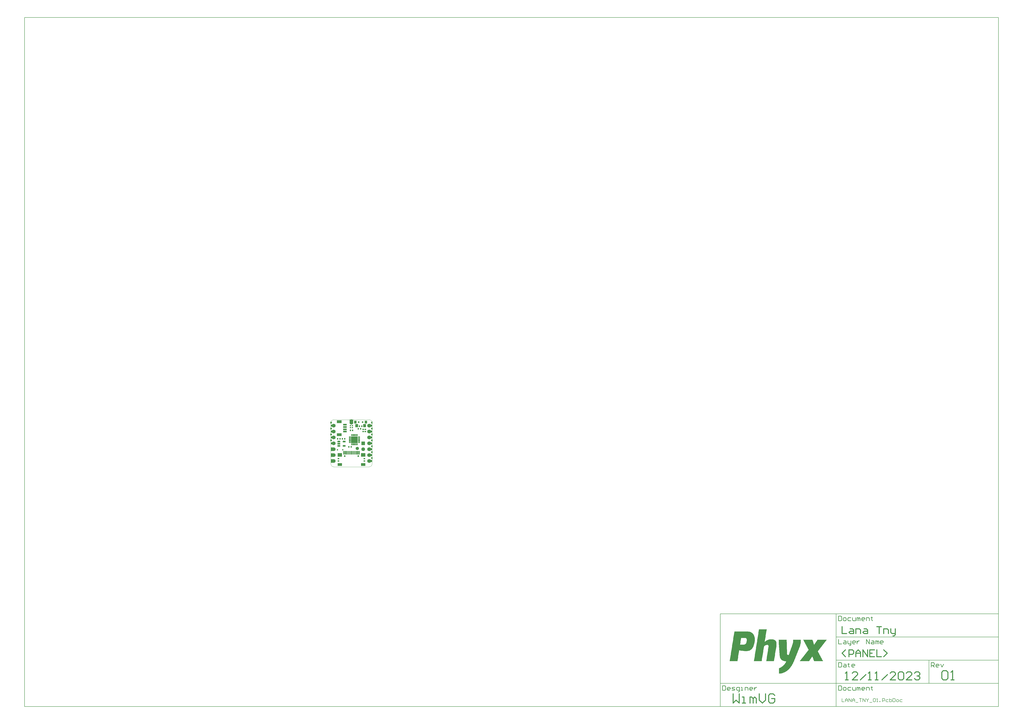
<source format=gts>
G04*
G04 #@! TF.GenerationSoftware,Altium Limited,Altium Designer,23.10.1 (27)*
G04*
G04 Layer_Color=8388736*
%FSLAX25Y25*%
%MOIN*%
G70*
G04*
G04 #@! TF.SameCoordinates,194C9E44-5DED-4EF5-99F0-288BDC966464*
G04*
G04*
G04 #@! TF.FilePolarity,Negative*
G04*
G01*
G75*
%ADD10C,0.00984*%
%ADD11C,0.00394*%
%ADD13C,0.00787*%
%ADD16C,0.01575*%
%ADD33R,0.01575X0.06102*%
%ADD34R,0.07480X0.06102*%
%ADD35R,0.07480X0.05118*%
%ADD36R,0.08268X0.05118*%
%ADD37R,0.06496X0.02756*%
%ADD38C,0.01968*%
%ADD39R,0.04921X0.02756*%
%ADD40R,0.02323X0.02165*%
%ADD41R,0.03937X0.05118*%
%ADD42R,0.04921X0.05512*%
%ADD43R,0.02756X0.02362*%
%ADD44O,0.01181X0.03347*%
%ADD45O,0.03347X0.01181*%
%ADD46R,0.11417X0.11417*%
%ADD47R,0.02165X0.02165*%
%ADD48R,0.02362X0.02756*%
%ADD49C,0.02953*%
%ADD50C,0.05512*%
%ADD51C,0.02756*%
%ADD52C,0.06299*%
%ADD53R,0.06299X0.06299*%
%ADD54R,0.02894X0.03543*%
%ADD55R,0.06299X0.05394*%
%ADD56R,0.05394X0.06299*%
G36*
X65668Y73094D02*
X66262Y72976D01*
X66299Y72965D01*
X66299Y72965D01*
X66858Y72733D01*
X66893Y72715D01*
X66893Y72715D01*
X67396Y72378D01*
X67396Y72378D01*
X67412Y72365D01*
X67426Y72354D01*
X67426Y72354D01*
X67636Y72143D01*
X67746Y72044D01*
X67996Y71877D01*
X68269Y71764D01*
X68564Y71705D01*
X68712Y71698D01*
X69200D01*
X69239Y71694D01*
X69276Y71683D01*
X69310Y71665D01*
X69340Y71640D01*
X69365Y71610D01*
X69383Y71576D01*
X69394Y71539D01*
X69398Y71500D01*
Y70000D01*
Y70000D01*
Y70000D01*
Y68500D01*
X69394Y68461D01*
X69383Y68424D01*
X69365Y68390D01*
X69340Y68360D01*
X69310Y68335D01*
X69276Y68317D01*
X69239Y68306D01*
X69200Y68302D01*
X68712D01*
X68564Y68295D01*
X68269Y68236D01*
X67996Y68123D01*
X67746Y67956D01*
X67636Y67857D01*
X67426Y67646D01*
X67426Y67646D01*
X67412Y67635D01*
X67396Y67621D01*
X67396Y67621D01*
X66893Y67285D01*
X66893Y67285D01*
X66858Y67267D01*
X66299Y67035D01*
X66299Y67035D01*
X66262Y67024D01*
X65668Y66906D01*
X65630Y66902D01*
X65000D01*
X64961Y66906D01*
X64924Y66917D01*
X64890Y66935D01*
X64860Y66960D01*
X64836Y66990D01*
X64817Y67024D01*
X64806Y67061D01*
X64802Y67100D01*
Y70000D01*
Y72900D01*
X64806Y72939D01*
X64817Y72976D01*
X64836Y73010D01*
X64860Y73040D01*
X64890Y73065D01*
X64924Y73083D01*
X64961Y73094D01*
X65000Y73098D01*
X65630D01*
X65668Y73094D01*
D02*
G37*
G36*
X5039D02*
X5076Y73083D01*
X5110Y73065D01*
X5140Y73040D01*
X5164Y73010D01*
X5183Y72976D01*
X5194Y72939D01*
X5198Y72900D01*
Y70000D01*
Y67100D01*
X5194Y67061D01*
X5183Y67024D01*
X5164Y66990D01*
X5140Y66960D01*
X5110Y66935D01*
X5076Y66917D01*
X5039Y66906D01*
X5000Y66902D01*
X4370D01*
X4332Y66906D01*
X3738Y67024D01*
X3701Y67035D01*
X3701Y67035D01*
X3142Y67267D01*
X3107Y67285D01*
X3107Y67285D01*
X2604Y67621D01*
X2604Y67621D01*
X2588Y67635D01*
X2574Y67646D01*
X2574Y67646D01*
X2364Y67857D01*
X2254Y67956D01*
X2004Y68123D01*
X1731Y68236D01*
X1436Y68295D01*
X1288Y68302D01*
X800D01*
X761Y68306D01*
X724Y68317D01*
X690Y68335D01*
X660Y68360D01*
X636Y68390D01*
X617Y68424D01*
X606Y68461D01*
X602Y68500D01*
Y70000D01*
Y70000D01*
Y70000D01*
Y71500D01*
X606Y71539D01*
X617Y71576D01*
X636Y71610D01*
X660Y71640D01*
X690Y71665D01*
X724Y71683D01*
X761Y71694D01*
X800Y71698D01*
X1288D01*
X1436Y71705D01*
X1731Y71764D01*
X2004Y71877D01*
X2254Y72044D01*
X2364Y72143D01*
X2574Y72354D01*
X2574Y72354D01*
X2588Y72365D01*
X2604Y72378D01*
X2604Y72378D01*
X3107Y72715D01*
X3107Y72715D01*
X3142Y72733D01*
X3701Y72965D01*
X3701Y72965D01*
X3738Y72976D01*
X4332Y73094D01*
X4370Y73098D01*
X5000D01*
X5039Y73094D01*
D02*
G37*
G36*
X65668Y63094D02*
X66262Y62976D01*
X66299Y62965D01*
X66299Y62965D01*
X66858Y62733D01*
X66893Y62715D01*
X66893Y62715D01*
X67396Y62379D01*
X67396Y62379D01*
X67412Y62365D01*
X67426Y62354D01*
X67426Y62354D01*
X67636Y62143D01*
X67746Y62044D01*
X67996Y61877D01*
X68269Y61764D01*
X68564Y61705D01*
X68712Y61698D01*
X69200D01*
X69239Y61694D01*
X69276Y61683D01*
X69310Y61664D01*
X69340Y61640D01*
X69365Y61610D01*
X69383Y61576D01*
X69394Y61539D01*
X69398Y61500D01*
Y60000D01*
Y60000D01*
Y60000D01*
Y58500D01*
X69394Y58461D01*
X69383Y58424D01*
X69365Y58390D01*
X69340Y58360D01*
X69310Y58336D01*
X69276Y58317D01*
X69239Y58306D01*
X69200Y58302D01*
X68712D01*
X68564Y58295D01*
X68269Y58236D01*
X67996Y58123D01*
X67746Y57956D01*
X67636Y57857D01*
X67426Y57646D01*
X67426Y57646D01*
X67412Y57635D01*
X67396Y57622D01*
X67396Y57622D01*
X66893Y57285D01*
X66893Y57285D01*
X66858Y57267D01*
X66299Y57035D01*
X66299Y57035D01*
X66262Y57024D01*
X65668Y56906D01*
X65630Y56902D01*
X65000D01*
X64961Y56906D01*
X64924Y56917D01*
X64890Y56936D01*
X64860Y56960D01*
X64836Y56990D01*
X64817Y57024D01*
X64806Y57061D01*
X64802Y57100D01*
Y60000D01*
Y62900D01*
X64806Y62939D01*
X64817Y62976D01*
X64836Y63010D01*
X64860Y63040D01*
X64890Y63064D01*
X64924Y63083D01*
X64961Y63094D01*
X65000Y63098D01*
X65630D01*
X65668Y63094D01*
D02*
G37*
G36*
X5039D02*
X5076Y63083D01*
X5110Y63064D01*
X5140Y63040D01*
X5164Y63010D01*
X5183Y62976D01*
X5194Y62939D01*
X5198Y62900D01*
Y60000D01*
Y57100D01*
X5194Y57061D01*
X5183Y57024D01*
X5164Y56990D01*
X5140Y56960D01*
X5110Y56936D01*
X5076Y56917D01*
X5039Y56906D01*
X5000Y56902D01*
X4370D01*
X4332Y56906D01*
X3738Y57024D01*
X3701Y57035D01*
X3701Y57035D01*
X3142Y57267D01*
X3107Y57285D01*
X3107Y57285D01*
X2604Y57622D01*
X2604Y57622D01*
X2588Y57635D01*
X2574Y57646D01*
X2574Y57646D01*
X2364Y57857D01*
X2254Y57956D01*
X2004Y58123D01*
X1731Y58236D01*
X1436Y58295D01*
X1288Y58302D01*
X800D01*
X761Y58306D01*
X724Y58317D01*
X690Y58336D01*
X660Y58360D01*
X636Y58390D01*
X617Y58424D01*
X606Y58461D01*
X602Y58500D01*
Y60000D01*
Y60000D01*
Y60000D01*
Y61500D01*
X606Y61539D01*
X617Y61576D01*
X636Y61610D01*
X660Y61640D01*
X690Y61664D01*
X724Y61683D01*
X761Y61694D01*
X800Y61698D01*
X1288D01*
X1436Y61705D01*
X1731Y61764D01*
X2004Y61877D01*
X2254Y62044D01*
X2364Y62143D01*
X2574Y62354D01*
X2574Y62354D01*
X2588Y62365D01*
X2604Y62379D01*
X2604Y62379D01*
X3107Y62715D01*
X3107Y62715D01*
X3142Y62733D01*
X3701Y62965D01*
X3701Y62965D01*
X3738Y62976D01*
X4332Y63094D01*
X4370Y63098D01*
X5000D01*
X5039Y63094D01*
D02*
G37*
G36*
X65668Y53094D02*
X66262Y52976D01*
X66299Y52965D01*
X66299Y52965D01*
X66858Y52733D01*
X66893Y52715D01*
X66893Y52715D01*
X67396Y52378D01*
X67396Y52378D01*
X67412Y52365D01*
X67426Y52354D01*
X67426Y52354D01*
X67636Y52143D01*
X67746Y52044D01*
X67996Y51877D01*
X68269Y51764D01*
X68564Y51705D01*
X68712Y51698D01*
X69200D01*
X69239Y51694D01*
X69276Y51683D01*
X69310Y51665D01*
X69340Y51640D01*
X69365Y51610D01*
X69383Y51576D01*
X69394Y51539D01*
X69398Y51500D01*
Y50000D01*
Y50000D01*
Y50000D01*
Y48500D01*
X69394Y48461D01*
X69383Y48424D01*
X69365Y48390D01*
X69340Y48360D01*
X69310Y48335D01*
X69276Y48317D01*
X69239Y48306D01*
X69200Y48302D01*
X68712D01*
X68564Y48295D01*
X68269Y48236D01*
X67996Y48123D01*
X67746Y47956D01*
X67636Y47857D01*
X67426Y47646D01*
X67426Y47646D01*
X67412Y47635D01*
X67396Y47622D01*
X67396Y47622D01*
X66893Y47285D01*
X66893Y47285D01*
X66858Y47267D01*
X66299Y47035D01*
X66299Y47035D01*
X66262Y47024D01*
X65668Y46906D01*
X65630Y46902D01*
X65000D01*
X64961Y46906D01*
X64924Y46917D01*
X64890Y46935D01*
X64860Y46960D01*
X64836Y46990D01*
X64817Y47024D01*
X64806Y47061D01*
X64802Y47100D01*
Y50000D01*
Y52900D01*
X64806Y52939D01*
X64817Y52976D01*
X64836Y53010D01*
X64860Y53040D01*
X64890Y53065D01*
X64924Y53083D01*
X64961Y53094D01*
X65000Y53098D01*
X65630D01*
X65668Y53094D01*
D02*
G37*
G36*
X5039D02*
X5076Y53083D01*
X5110Y53065D01*
X5140Y53040D01*
X5164Y53010D01*
X5183Y52976D01*
X5194Y52939D01*
X5198Y52900D01*
Y50000D01*
Y47100D01*
X5194Y47061D01*
X5183Y47024D01*
X5164Y46990D01*
X5140Y46960D01*
X5110Y46935D01*
X5076Y46917D01*
X5039Y46906D01*
X5000Y46902D01*
X4370D01*
X4332Y46906D01*
X3738Y47024D01*
X3701Y47035D01*
X3701Y47035D01*
X3142Y47267D01*
X3107Y47285D01*
X3107Y47285D01*
X2604Y47622D01*
X2604Y47622D01*
X2588Y47635D01*
X2574Y47646D01*
X2574Y47646D01*
X2364Y47857D01*
X2254Y47956D01*
X2004Y48123D01*
X1731Y48236D01*
X1436Y48295D01*
X1288Y48302D01*
X800D01*
X761Y48306D01*
X724Y48317D01*
X690Y48335D01*
X660Y48360D01*
X636Y48390D01*
X617Y48424D01*
X606Y48461D01*
X602Y48500D01*
Y50000D01*
Y50000D01*
Y50000D01*
Y51500D01*
X606Y51539D01*
X617Y51576D01*
X636Y51610D01*
X660Y51640D01*
X690Y51665D01*
X724Y51683D01*
X761Y51694D01*
X800Y51698D01*
X1288D01*
X1436Y51705D01*
X1731Y51764D01*
X2004Y51877D01*
X2254Y52044D01*
X2364Y52143D01*
X2574Y52354D01*
X2574Y52354D01*
X2588Y52365D01*
X2604Y52378D01*
X2604Y52378D01*
X3107Y52715D01*
X3107Y52715D01*
X3142Y52733D01*
X3701Y52965D01*
X3701Y52965D01*
X3738Y52976D01*
X4332Y53094D01*
X4370Y53098D01*
X5000D01*
X5039Y53094D01*
D02*
G37*
G36*
X65668Y43094D02*
X66262Y42976D01*
X66299Y42965D01*
X66299Y42965D01*
X66858Y42733D01*
X66893Y42715D01*
X66893Y42715D01*
X67396Y42379D01*
X67396Y42379D01*
X67412Y42365D01*
X67426Y42354D01*
X67426Y42354D01*
X67636Y42143D01*
X67746Y42044D01*
X67996Y41877D01*
X68269Y41764D01*
X68564Y41705D01*
X68712Y41698D01*
X69200D01*
X69239Y41694D01*
X69276Y41683D01*
X69310Y41664D01*
X69340Y41640D01*
X69365Y41610D01*
X69383Y41576D01*
X69394Y41539D01*
X69398Y41500D01*
Y40000D01*
Y40000D01*
Y40000D01*
Y38500D01*
X69394Y38461D01*
X69383Y38424D01*
X69365Y38390D01*
X69340Y38360D01*
X69310Y38335D01*
X69276Y38317D01*
X69239Y38306D01*
X69200Y38302D01*
X68712D01*
X68564Y38295D01*
X68269Y38236D01*
X67996Y38123D01*
X67746Y37956D01*
X67636Y37857D01*
X67426Y37646D01*
X67426Y37646D01*
X67412Y37635D01*
X67396Y37622D01*
X67396Y37622D01*
X66893Y37285D01*
X66893Y37285D01*
X66858Y37267D01*
X66299Y37035D01*
X66299Y37035D01*
X66262Y37024D01*
X65668Y36906D01*
X65630Y36902D01*
X65000D01*
X64961Y36906D01*
X64924Y36917D01*
X64890Y36935D01*
X64860Y36960D01*
X64836Y36990D01*
X64817Y37024D01*
X64806Y37061D01*
X64802Y37100D01*
Y40000D01*
Y42900D01*
X64806Y42939D01*
X64817Y42976D01*
X64836Y43010D01*
X64860Y43040D01*
X64890Y43064D01*
X64924Y43083D01*
X64961Y43094D01*
X65000Y43098D01*
X65630D01*
X65668Y43094D01*
D02*
G37*
G36*
X5039D02*
X5076Y43083D01*
X5110Y43064D01*
X5140Y43040D01*
X5164Y43010D01*
X5183Y42976D01*
X5194Y42939D01*
X5198Y42900D01*
Y40000D01*
Y37100D01*
X5194Y37061D01*
X5183Y37024D01*
X5164Y36990D01*
X5140Y36960D01*
X5110Y36935D01*
X5076Y36917D01*
X5039Y36906D01*
X5000Y36902D01*
X4370D01*
X4332Y36906D01*
X3738Y37024D01*
X3701Y37035D01*
X3701Y37035D01*
X3142Y37267D01*
X3107Y37285D01*
X3107Y37285D01*
X2604Y37622D01*
X2604Y37622D01*
X2588Y37635D01*
X2574Y37646D01*
X2574Y37646D01*
X2364Y37857D01*
X2254Y37956D01*
X2004Y38123D01*
X1731Y38236D01*
X1436Y38295D01*
X1288Y38302D01*
X800D01*
X761Y38306D01*
X724Y38317D01*
X690Y38335D01*
X660Y38360D01*
X636Y38390D01*
X617Y38424D01*
X606Y38461D01*
X602Y38500D01*
Y40000D01*
Y40000D01*
Y40000D01*
Y41500D01*
X606Y41539D01*
X617Y41576D01*
X636Y41610D01*
X660Y41640D01*
X690Y41664D01*
X724Y41683D01*
X761Y41694D01*
X800Y41698D01*
X1288D01*
X1436Y41705D01*
X1731Y41764D01*
X2004Y41877D01*
X2254Y42044D01*
X2364Y42143D01*
X2574Y42354D01*
X2574Y42354D01*
X2588Y42365D01*
X2604Y42379D01*
X2604Y42379D01*
X3107Y42715D01*
X3107Y42715D01*
X3142Y42733D01*
X3701Y42965D01*
X3701Y42965D01*
X3738Y42976D01*
X4332Y43094D01*
X4370Y43098D01*
X5000D01*
X5039Y43094D01*
D02*
G37*
G36*
X65668Y33094D02*
X66262Y32976D01*
X66299Y32965D01*
X66299Y32965D01*
X66858Y32733D01*
X66893Y32715D01*
X66893Y32715D01*
X67396Y32379D01*
X67396Y32379D01*
X67412Y32365D01*
X67426Y32354D01*
X67426Y32354D01*
X67636Y32143D01*
X67746Y32044D01*
X67996Y31877D01*
X68269Y31764D01*
X68564Y31705D01*
X68712Y31698D01*
X69200D01*
X69239Y31694D01*
X69276Y31683D01*
X69310Y31664D01*
X69340Y31640D01*
X69365Y31610D01*
X69383Y31576D01*
X69394Y31539D01*
X69398Y31500D01*
Y30000D01*
Y30000D01*
Y30000D01*
Y28500D01*
X69394Y28461D01*
X69383Y28424D01*
X69365Y28390D01*
X69340Y28360D01*
X69310Y28335D01*
X69276Y28317D01*
X69239Y28306D01*
X69200Y28302D01*
X68712D01*
X68564Y28295D01*
X68269Y28236D01*
X67996Y28123D01*
X67746Y27956D01*
X67636Y27857D01*
X67426Y27646D01*
X67426Y27646D01*
X67412Y27635D01*
X67396Y27621D01*
X67396Y27621D01*
X66893Y27285D01*
X66893Y27285D01*
X66858Y27267D01*
X66299Y27035D01*
X66299Y27035D01*
X66262Y27024D01*
X65668Y26906D01*
X65630Y26902D01*
X65000D01*
X64961Y26906D01*
X64924Y26917D01*
X64890Y26935D01*
X64860Y26960D01*
X64836Y26990D01*
X64817Y27024D01*
X64806Y27061D01*
X64802Y27100D01*
Y30000D01*
Y32900D01*
X64806Y32939D01*
X64817Y32976D01*
X64836Y33010D01*
X64860Y33040D01*
X64890Y33064D01*
X64924Y33083D01*
X64961Y33094D01*
X65000Y33098D01*
X65630D01*
X65668Y33094D01*
D02*
G37*
G36*
Y23094D02*
X66262Y22976D01*
X66299Y22965D01*
X66299Y22965D01*
X66858Y22733D01*
X66893Y22715D01*
X66893Y22715D01*
X67396Y22378D01*
X67396Y22378D01*
X67412Y22365D01*
X67426Y22354D01*
X67426Y22354D01*
X67636Y22143D01*
X67746Y22044D01*
X67996Y21877D01*
X68269Y21764D01*
X68564Y21705D01*
X68712Y21698D01*
X69200D01*
X69239Y21694D01*
X69276Y21683D01*
X69310Y21665D01*
X69340Y21640D01*
X69365Y21610D01*
X69383Y21576D01*
X69394Y21539D01*
X69398Y21500D01*
Y20000D01*
Y20000D01*
Y20000D01*
Y18500D01*
X69394Y18461D01*
X69383Y18424D01*
X69365Y18390D01*
X69340Y18360D01*
X69310Y18336D01*
X69276Y18317D01*
X69239Y18306D01*
X69200Y18302D01*
X68712D01*
X68564Y18295D01*
X68269Y18236D01*
X67996Y18123D01*
X67746Y17956D01*
X67636Y17857D01*
X67426Y17646D01*
X67426Y17646D01*
X67412Y17635D01*
X67396Y17621D01*
X67396Y17621D01*
X66893Y17285D01*
X66893Y17285D01*
X66858Y17267D01*
X66299Y17035D01*
X66299Y17035D01*
X66262Y17024D01*
X65668Y16906D01*
X65630Y16902D01*
X65000D01*
X64961Y16906D01*
X64924Y16917D01*
X64890Y16936D01*
X64860Y16960D01*
X64836Y16990D01*
X64817Y17024D01*
X64806Y17061D01*
X64802Y17100D01*
Y20000D01*
Y22900D01*
X64806Y22939D01*
X64817Y22976D01*
X64836Y23010D01*
X64860Y23040D01*
X64890Y23065D01*
X64924Y23083D01*
X64961Y23094D01*
X65000Y23098D01*
X65630D01*
X65668Y23094D01*
D02*
G37*
G36*
Y13094D02*
X66262Y12976D01*
X66299Y12965D01*
X66299Y12965D01*
X66858Y12733D01*
X66893Y12715D01*
X66893Y12715D01*
X67396Y12378D01*
X67396Y12378D01*
X67412Y12365D01*
X67426Y12354D01*
X67426Y12354D01*
X67636Y12143D01*
X67746Y12044D01*
X67996Y11877D01*
X68269Y11764D01*
X68564Y11705D01*
X68712Y11698D01*
X69200D01*
X69239Y11694D01*
X69276Y11683D01*
X69310Y11665D01*
X69340Y11640D01*
X69365Y11610D01*
X69383Y11576D01*
X69394Y11539D01*
X69398Y11500D01*
Y10000D01*
Y10000D01*
Y10000D01*
Y8500D01*
X69394Y8461D01*
X69383Y8424D01*
X69365Y8390D01*
X69340Y8360D01*
X69310Y8336D01*
X69276Y8317D01*
X69239Y8306D01*
X69200Y8302D01*
X68712D01*
X68564Y8295D01*
X68269Y8236D01*
X67996Y8123D01*
X67746Y7956D01*
X67636Y7857D01*
X67426Y7646D01*
X67426Y7646D01*
X67412Y7635D01*
X67396Y7621D01*
X67396Y7621D01*
X66893Y7285D01*
X66893Y7285D01*
X66858Y7267D01*
X66299Y7035D01*
X66299Y7035D01*
X66262Y7024D01*
X65668Y6906D01*
X65630Y6902D01*
X65000D01*
X64961Y6906D01*
X64924Y6917D01*
X64890Y6936D01*
X64860Y6960D01*
X64836Y6990D01*
X64817Y7024D01*
X64806Y7061D01*
X64802Y7100D01*
Y10000D01*
Y12900D01*
X64806Y12939D01*
X64817Y12976D01*
X64836Y13010D01*
X64860Y13040D01*
X64890Y13065D01*
X64924Y13083D01*
X64961Y13094D01*
X65000Y13098D01*
X65630D01*
X65668Y13094D01*
D02*
G37*
G36*
X841951Y-293603D02*
X841665D01*
Y-293889D01*
X841378D01*
Y-294176D01*
Y-294462D01*
X841092D01*
Y-294748D01*
X840806D01*
Y-295035D01*
X840519D01*
Y-295321D01*
Y-295607D01*
X840233D01*
Y-295894D01*
X839947D01*
Y-296180D01*
X839660D01*
Y-296466D01*
X839374D01*
Y-296752D01*
Y-297039D01*
X839088D01*
Y-297325D01*
X838801D01*
Y-297611D01*
X838515D01*
Y-297898D01*
Y-298184D01*
X838229D01*
Y-298470D01*
X837943D01*
Y-298757D01*
X837656D01*
Y-299043D01*
X837370D01*
Y-299329D01*
Y-299616D01*
X837084D01*
Y-299902D01*
X836797D01*
Y-300188D01*
X836511D01*
Y-300475D01*
Y-300761D01*
X836225D01*
Y-301047D01*
X835938D01*
Y-301333D01*
X835652D01*
Y-301620D01*
Y-301906D01*
X835366D01*
Y-302192D01*
X835079D01*
Y-302479D01*
X834793D01*
Y-302765D01*
X834507D01*
Y-303051D01*
Y-303338D01*
X834221D01*
Y-303624D01*
X833934D01*
Y-303910D01*
X833648D01*
Y-304197D01*
Y-304483D01*
X833362D01*
Y-304769D01*
X833075D01*
Y-305055D01*
X832789D01*
Y-305342D01*
Y-305628D01*
X832503D01*
Y-305914D01*
X832216D01*
Y-306201D01*
X831930D01*
Y-306487D01*
X831644D01*
Y-306773D01*
Y-307060D01*
X831357D01*
Y-307346D01*
X831071D01*
Y-307632D01*
X830785D01*
Y-307919D01*
Y-308205D01*
X830499D01*
Y-308491D01*
X830212D01*
Y-308778D01*
X829926D01*
Y-309064D01*
Y-309350D01*
X829640D01*
Y-309636D01*
X829353D01*
Y-309923D01*
X829067D01*
Y-310209D01*
X828781D01*
Y-310495D01*
Y-310782D01*
X828494D01*
Y-311068D01*
X828208D01*
Y-311354D01*
X827922D01*
Y-311641D01*
Y-311927D01*
X827635D01*
Y-312213D01*
X827349D01*
Y-312500D01*
X827063D01*
Y-312786D01*
X826776D01*
Y-313072D01*
Y-313359D01*
X827063D01*
Y-313645D01*
Y-313931D01*
X827349D01*
Y-314217D01*
Y-314504D01*
X827635D01*
Y-314790D01*
X827922D01*
Y-315076D01*
Y-315363D01*
X828208D01*
Y-315649D01*
Y-315935D01*
X828494D01*
Y-316222D01*
Y-316508D01*
X828781D01*
Y-316794D01*
Y-317081D01*
X829067D01*
Y-317367D01*
Y-317653D01*
X829353D01*
Y-317940D01*
Y-318226D01*
X829640D01*
Y-318512D01*
Y-318798D01*
X829926D01*
Y-319085D01*
Y-319371D01*
X830212D01*
Y-319657D01*
X830499D01*
Y-319944D01*
Y-320230D01*
X830785D01*
Y-320516D01*
Y-320803D01*
X831071D01*
Y-321089D01*
Y-321375D01*
X831357D01*
Y-321662D01*
Y-321948D01*
X831644D01*
Y-322234D01*
Y-322521D01*
X831930D01*
Y-322807D01*
Y-323093D01*
X832216D01*
Y-323379D01*
Y-323666D01*
X832503D01*
Y-323952D01*
X832789D01*
Y-324238D01*
Y-324525D01*
X833075D01*
Y-324811D01*
Y-325097D01*
X833362D01*
Y-325384D01*
Y-325670D01*
X833648D01*
Y-325956D01*
Y-326243D01*
X833934D01*
Y-326529D01*
Y-326815D01*
X834221D01*
Y-327102D01*
Y-327388D01*
X834507D01*
Y-327674D01*
Y-327960D01*
X834793D01*
Y-328247D01*
X835079D01*
Y-328533D01*
Y-328819D01*
X835366D01*
Y-329106D01*
Y-329392D01*
X835652D01*
Y-329678D01*
X820477D01*
Y-329392D01*
X820191D01*
Y-329106D01*
Y-328819D01*
Y-328533D01*
X819905D01*
Y-328247D01*
Y-327960D01*
Y-327674D01*
X819619D01*
Y-327388D01*
Y-327102D01*
X819332D01*
Y-326815D01*
Y-326529D01*
Y-326243D01*
X819046D01*
Y-325956D01*
Y-325670D01*
Y-325384D01*
X818760D01*
Y-325097D01*
Y-324811D01*
X818473D01*
Y-324525D01*
Y-324238D01*
Y-323952D01*
X818187D01*
Y-323666D01*
Y-323379D01*
Y-323093D01*
X817901D01*
Y-322807D01*
Y-322521D01*
Y-322234D01*
X817614D01*
Y-321948D01*
X817042D01*
Y-322234D01*
Y-322521D01*
X816755D01*
Y-322807D01*
X816469D01*
Y-323093D01*
Y-323379D01*
X816183D01*
Y-323666D01*
X815897D01*
Y-323952D01*
Y-324238D01*
X815610D01*
Y-324525D01*
X815324D01*
Y-324811D01*
Y-325097D01*
X815038D01*
Y-325384D01*
X814751D01*
Y-325670D01*
X814465D01*
Y-325956D01*
Y-326243D01*
X814179D01*
Y-326529D01*
X813892D01*
Y-326815D01*
Y-327102D01*
X813606D01*
Y-327388D01*
X813320D01*
Y-327674D01*
Y-327960D01*
X813033D01*
Y-328247D01*
X812747D01*
Y-328533D01*
Y-328819D01*
X812461D01*
Y-329106D01*
X812174D01*
Y-329392D01*
Y-329678D01*
X796141D01*
Y-329392D01*
X796427D01*
Y-329106D01*
X796714D01*
Y-328819D01*
X797000D01*
Y-328533D01*
X797286D01*
Y-328247D01*
Y-327960D01*
X797573D01*
Y-327674D01*
X797859D01*
Y-327388D01*
X798145D01*
Y-327102D01*
X798431D01*
Y-326815D01*
Y-326529D01*
X798718D01*
Y-326243D01*
X799004D01*
Y-325956D01*
X799290D01*
Y-325670D01*
Y-325384D01*
X799577D01*
Y-325097D01*
X799863D01*
Y-324811D01*
X800149D01*
Y-324525D01*
X800436D01*
Y-324238D01*
Y-323952D01*
X800722D01*
Y-323666D01*
X801008D01*
Y-323379D01*
X801295D01*
Y-323093D01*
X801581D01*
Y-322807D01*
Y-322521D01*
X801867D01*
Y-322234D01*
X802153D01*
Y-321948D01*
X802440D01*
Y-321662D01*
Y-321375D01*
X802726D01*
Y-321089D01*
X803012D01*
Y-320803D01*
X803299D01*
Y-320516D01*
X803585D01*
Y-320230D01*
Y-319944D01*
X803871D01*
Y-319657D01*
X804158D01*
Y-319371D01*
X804444D01*
Y-319085D01*
Y-318798D01*
X804730D01*
Y-318512D01*
X805017D01*
Y-318226D01*
X805303D01*
Y-317940D01*
X805589D01*
Y-317653D01*
Y-317367D01*
X805876D01*
Y-317081D01*
X806162D01*
Y-316794D01*
X806448D01*
Y-316508D01*
Y-316222D01*
X806734D01*
Y-315935D01*
X807021D01*
Y-315649D01*
X807307D01*
Y-315363D01*
X807594D01*
Y-315076D01*
Y-314790D01*
X807880D01*
Y-314504D01*
X808166D01*
Y-314217D01*
X808452D01*
Y-313931D01*
X808739D01*
Y-313645D01*
Y-313359D01*
X809025D01*
Y-313072D01*
X809311D01*
Y-312786D01*
X809598D01*
Y-312500D01*
Y-312213D01*
X809884D01*
Y-311927D01*
X810170D01*
Y-311641D01*
X810457D01*
Y-311354D01*
X810743D01*
Y-311068D01*
Y-310782D01*
X811029D01*
Y-310495D01*
Y-310209D01*
Y-309923D01*
X810743D01*
Y-309636D01*
X810457D01*
Y-309350D01*
Y-309064D01*
X810170D01*
Y-308778D01*
Y-308491D01*
X809884D01*
Y-308205D01*
Y-307919D01*
X809598D01*
Y-307632D01*
Y-307346D01*
X809311D01*
Y-307060D01*
Y-306773D01*
X809025D01*
Y-306487D01*
Y-306201D01*
X808739D01*
Y-305914D01*
X808452D01*
Y-305628D01*
Y-305342D01*
X808166D01*
Y-305055D01*
Y-304769D01*
X807880D01*
Y-304483D01*
Y-304197D01*
X807594D01*
Y-303910D01*
Y-303624D01*
X807307D01*
Y-303338D01*
Y-303051D01*
X807021D01*
Y-302765D01*
Y-302479D01*
X806734D01*
Y-302192D01*
X806448D01*
Y-301906D01*
Y-301620D01*
X806162D01*
Y-301333D01*
Y-301047D01*
X805876D01*
Y-300761D01*
Y-300475D01*
X805589D01*
Y-300188D01*
Y-299902D01*
X805303D01*
Y-299616D01*
Y-299329D01*
X805017D01*
Y-299043D01*
Y-298757D01*
X804730D01*
Y-298470D01*
Y-298184D01*
X804444D01*
Y-297898D01*
X804158D01*
Y-297611D01*
Y-297325D01*
X803871D01*
Y-297039D01*
Y-296752D01*
X803585D01*
Y-296466D01*
Y-296180D01*
X803299D01*
Y-295894D01*
Y-295607D01*
X803012D01*
Y-295321D01*
Y-295035D01*
X802726D01*
Y-294748D01*
Y-294462D01*
X802440D01*
Y-294176D01*
X802153D01*
Y-293889D01*
Y-293603D01*
X801867D01*
Y-293317D01*
X817614D01*
Y-293603D01*
X817901D01*
Y-293889D01*
Y-294176D01*
Y-294462D01*
X818187D01*
Y-294748D01*
Y-295035D01*
Y-295321D01*
X818473D01*
Y-295607D01*
Y-295894D01*
Y-296180D01*
X818760D01*
Y-296466D01*
Y-296752D01*
Y-297039D01*
X819046D01*
Y-297325D01*
Y-297611D01*
Y-297898D01*
X819332D01*
Y-298184D01*
Y-298470D01*
Y-298757D01*
X819619D01*
Y-299043D01*
Y-299329D01*
Y-299616D01*
X819905D01*
Y-299902D01*
Y-300188D01*
Y-300475D01*
X820191D01*
Y-300761D01*
Y-301047D01*
Y-301333D01*
Y-301620D01*
X820764D01*
Y-301333D01*
X821050D01*
Y-301047D01*
X821336D01*
Y-300761D01*
Y-300475D01*
X821623D01*
Y-300188D01*
X821909D01*
Y-299902D01*
Y-299616D01*
X822195D01*
Y-299329D01*
X822482D01*
Y-299043D01*
Y-298757D01*
X822768D01*
Y-298470D01*
X823054D01*
Y-298184D01*
Y-297898D01*
X823341D01*
Y-297611D01*
X823627D01*
Y-297325D01*
Y-297039D01*
X823913D01*
Y-296752D01*
X824200D01*
Y-296466D01*
Y-296180D01*
X824486D01*
Y-295894D01*
X824772D01*
Y-295607D01*
Y-295321D01*
X825058D01*
Y-295035D01*
X825345D01*
Y-294748D01*
Y-294462D01*
X825631D01*
Y-294176D01*
X825918D01*
Y-293889D01*
Y-293603D01*
X826204D01*
Y-293317D01*
X841951D01*
Y-293603D01*
D02*
G37*
G36*
X708815Y-279574D02*
X710533D01*
Y-279860D01*
X711392D01*
Y-280146D01*
X712251D01*
Y-280433D01*
X713110D01*
Y-280719D01*
X713683D01*
Y-281005D01*
X713969D01*
Y-281292D01*
X714542D01*
Y-281578D01*
X714828D01*
Y-281864D01*
X715401D01*
Y-282151D01*
X715687D01*
Y-282437D01*
X715973D01*
Y-282723D01*
X716260D01*
Y-283009D01*
X716546D01*
Y-283296D01*
X716832D01*
Y-283582D01*
X717119D01*
Y-283868D01*
Y-284155D01*
X717405D01*
Y-284441D01*
X717691D01*
Y-284727D01*
Y-285014D01*
X717978D01*
Y-285300D01*
X718264D01*
Y-285586D01*
Y-285873D01*
X718550D01*
Y-286159D01*
Y-286445D01*
Y-286732D01*
X718836D01*
Y-287018D01*
Y-287304D01*
Y-287590D01*
X719123D01*
Y-287877D01*
Y-288163D01*
Y-288449D01*
Y-288736D01*
X719409D01*
Y-289022D01*
Y-289308D01*
Y-289595D01*
Y-289881D01*
Y-290167D01*
X719695D01*
Y-290454D01*
Y-290740D01*
Y-291026D01*
Y-291313D01*
Y-291599D01*
Y-291885D01*
Y-292171D01*
Y-292458D01*
Y-292744D01*
Y-293030D01*
Y-293317D01*
Y-293603D01*
Y-293889D01*
Y-294176D01*
Y-294462D01*
Y-294748D01*
Y-295035D01*
Y-295321D01*
Y-295607D01*
Y-295894D01*
X719409D01*
Y-296180D01*
Y-296466D01*
Y-296752D01*
Y-297039D01*
Y-297325D01*
Y-297611D01*
Y-297898D01*
X719123D01*
Y-298184D01*
Y-298470D01*
Y-298757D01*
Y-299043D01*
Y-299329D01*
X718836D01*
Y-299616D01*
Y-299902D01*
Y-300188D01*
Y-300475D01*
Y-300761D01*
X718550D01*
Y-301047D01*
Y-301333D01*
Y-301620D01*
X718264D01*
Y-301906D01*
Y-302192D01*
Y-302479D01*
Y-302765D01*
X717978D01*
Y-303051D01*
Y-303338D01*
Y-303624D01*
X717691D01*
Y-303910D01*
Y-304197D01*
X717405D01*
Y-304483D01*
Y-304769D01*
Y-305055D01*
X717119D01*
Y-305342D01*
Y-305628D01*
X716832D01*
Y-305914D01*
Y-306201D01*
X716546D01*
Y-306487D01*
Y-306773D01*
X716260D01*
Y-307060D01*
X715973D01*
Y-307346D01*
Y-307632D01*
X715687D01*
Y-307919D01*
X715401D01*
Y-308205D01*
X715114D01*
Y-308491D01*
Y-308778D01*
X714828D01*
Y-309064D01*
X714542D01*
Y-309350D01*
X714256D01*
Y-309636D01*
X713969D01*
Y-309923D01*
X713683D01*
Y-310209D01*
X713110D01*
Y-310495D01*
X712824D01*
Y-310782D01*
X712251D01*
Y-311068D01*
X711965D01*
Y-311354D01*
X711392D01*
Y-311641D01*
X710533D01*
Y-311927D01*
X709674D01*
Y-312213D01*
X708815D01*
Y-312500D01*
X707098D01*
Y-312786D01*
X701944D01*
Y-312500D01*
X699367D01*
Y-312213D01*
X697363D01*
Y-311927D01*
X695931D01*
Y-311641D01*
X694500D01*
Y-311354D01*
X693068D01*
Y-311641D01*
Y-311927D01*
Y-312213D01*
Y-312500D01*
Y-312786D01*
Y-313072D01*
Y-313359D01*
X692782D01*
Y-313645D01*
Y-313931D01*
Y-314217D01*
Y-314504D01*
Y-314790D01*
Y-315076D01*
X692496D01*
Y-315363D01*
Y-315649D01*
Y-315935D01*
Y-316222D01*
Y-316508D01*
Y-316794D01*
X692209D01*
Y-317081D01*
Y-317367D01*
Y-317653D01*
Y-317940D01*
Y-318226D01*
Y-318512D01*
Y-318798D01*
X691923D01*
Y-319085D01*
Y-319371D01*
Y-319657D01*
Y-319944D01*
Y-320230D01*
Y-320516D01*
X691637D01*
Y-320803D01*
Y-321089D01*
Y-321375D01*
Y-321662D01*
Y-321948D01*
Y-322234D01*
X691350D01*
Y-322521D01*
Y-322807D01*
Y-323093D01*
Y-323379D01*
Y-323666D01*
Y-323952D01*
Y-324238D01*
X691064D01*
Y-324525D01*
Y-324811D01*
Y-325097D01*
Y-325384D01*
Y-325670D01*
Y-325956D01*
X690778D01*
Y-326243D01*
Y-326529D01*
Y-326815D01*
Y-327102D01*
Y-327388D01*
Y-327674D01*
X690491D01*
Y-327960D01*
Y-328247D01*
Y-328533D01*
Y-328819D01*
Y-329106D01*
Y-329392D01*
Y-329678D01*
X677035D01*
Y-329392D01*
X677321D01*
Y-329106D01*
Y-328819D01*
Y-328533D01*
Y-328247D01*
Y-327960D01*
X677607D01*
Y-327674D01*
Y-327388D01*
Y-327102D01*
Y-326815D01*
Y-326529D01*
Y-326243D01*
Y-325956D01*
X677894D01*
Y-325670D01*
Y-325384D01*
Y-325097D01*
Y-324811D01*
Y-324525D01*
Y-324238D01*
X678180D01*
Y-323952D01*
Y-323666D01*
Y-323379D01*
Y-323093D01*
Y-322807D01*
Y-322521D01*
X678466D01*
Y-322234D01*
Y-321948D01*
Y-321662D01*
Y-321375D01*
Y-321089D01*
Y-320803D01*
Y-320516D01*
X678753D01*
Y-320230D01*
Y-319944D01*
Y-319657D01*
Y-319371D01*
Y-319085D01*
Y-318798D01*
X679039D01*
Y-318512D01*
Y-318226D01*
Y-317940D01*
Y-317653D01*
Y-317367D01*
Y-317081D01*
X679325D01*
Y-316794D01*
Y-316508D01*
Y-316222D01*
Y-315935D01*
Y-315649D01*
Y-315363D01*
X679612D01*
Y-315076D01*
Y-314790D01*
Y-314504D01*
Y-314217D01*
Y-313931D01*
Y-313645D01*
Y-313359D01*
X679898D01*
Y-313072D01*
Y-312786D01*
Y-312500D01*
Y-312213D01*
Y-311927D01*
Y-311641D01*
X680184D01*
Y-311354D01*
Y-311068D01*
Y-310782D01*
Y-310495D01*
Y-310209D01*
Y-309923D01*
X680471D01*
Y-309636D01*
Y-309350D01*
Y-309064D01*
Y-308778D01*
Y-308491D01*
Y-308205D01*
X680757D01*
Y-307919D01*
Y-307632D01*
Y-307346D01*
Y-307060D01*
Y-306773D01*
Y-306487D01*
Y-306201D01*
X681043D01*
Y-305914D01*
Y-305628D01*
Y-305342D01*
Y-305055D01*
Y-304769D01*
Y-304483D01*
X681329D01*
Y-304197D01*
Y-303910D01*
Y-303624D01*
Y-303338D01*
Y-303051D01*
Y-302765D01*
X681616D01*
Y-302479D01*
Y-302192D01*
Y-301906D01*
Y-301620D01*
Y-301333D01*
Y-301047D01*
Y-300761D01*
X681902D01*
Y-300475D01*
Y-300188D01*
Y-299902D01*
Y-299616D01*
Y-299329D01*
Y-299043D01*
X682188D01*
Y-298757D01*
Y-298470D01*
Y-298184D01*
Y-297898D01*
Y-297611D01*
Y-297325D01*
X682475D01*
Y-297039D01*
Y-296752D01*
Y-296466D01*
Y-296180D01*
Y-295894D01*
Y-295607D01*
X682761D01*
Y-295321D01*
Y-295035D01*
Y-294748D01*
Y-294462D01*
Y-294176D01*
Y-293889D01*
Y-293603D01*
X683047D01*
Y-293317D01*
Y-293030D01*
Y-292744D01*
Y-292458D01*
Y-292171D01*
Y-291885D01*
X683334D01*
Y-291599D01*
Y-291313D01*
Y-291026D01*
Y-290740D01*
Y-290454D01*
Y-290167D01*
X683620D01*
Y-289881D01*
Y-289595D01*
Y-289308D01*
Y-289022D01*
Y-288736D01*
Y-288449D01*
Y-288163D01*
X683906D01*
Y-287877D01*
Y-287590D01*
Y-287304D01*
Y-287018D01*
Y-286732D01*
Y-286445D01*
X684193D01*
Y-286159D01*
Y-285873D01*
Y-285586D01*
Y-285300D01*
Y-285014D01*
Y-284727D01*
X684479D01*
Y-284441D01*
Y-284155D01*
Y-283868D01*
Y-283582D01*
Y-283296D01*
Y-283009D01*
Y-282723D01*
X684765D01*
Y-282437D01*
Y-282151D01*
Y-281864D01*
Y-281578D01*
Y-281292D01*
Y-281005D01*
X685052D01*
Y-280719D01*
Y-280433D01*
Y-280146D01*
Y-279860D01*
Y-279574D01*
Y-279287D01*
X708815D01*
Y-279574D01*
D02*
G37*
G36*
X797859Y-293603D02*
Y-293889D01*
Y-294176D01*
Y-294462D01*
Y-294748D01*
Y-295035D01*
Y-295321D01*
Y-295607D01*
Y-295894D01*
Y-296180D01*
Y-296466D01*
Y-296752D01*
Y-297039D01*
Y-297325D01*
Y-297611D01*
Y-297898D01*
Y-298184D01*
Y-298470D01*
Y-298757D01*
Y-299043D01*
Y-299329D01*
X797573D01*
Y-299616D01*
Y-299902D01*
Y-300188D01*
Y-300475D01*
Y-300761D01*
X797286D01*
Y-301047D01*
Y-301333D01*
Y-301620D01*
Y-301906D01*
X797000D01*
Y-302192D01*
Y-302479D01*
Y-302765D01*
Y-303051D01*
X796714D01*
Y-303338D01*
Y-303624D01*
Y-303910D01*
X796427D01*
Y-304197D01*
Y-304483D01*
Y-304769D01*
X796141D01*
Y-305055D01*
Y-305342D01*
Y-305628D01*
X795855D01*
Y-305914D01*
Y-306201D01*
Y-306487D01*
X795568D01*
Y-306773D01*
Y-307060D01*
X795282D01*
Y-307346D01*
Y-307632D01*
X794996D01*
Y-307919D01*
Y-308205D01*
Y-308491D01*
X794709D01*
Y-308778D01*
Y-309064D01*
X794423D01*
Y-309350D01*
Y-309636D01*
Y-309923D01*
X794137D01*
Y-310209D01*
Y-310495D01*
X793850D01*
Y-310782D01*
Y-311068D01*
Y-311354D01*
X793564D01*
Y-311641D01*
Y-311927D01*
X793278D01*
Y-312213D01*
Y-312500D01*
Y-312786D01*
X792991D01*
Y-313072D01*
Y-313359D01*
X792705D01*
Y-313645D01*
Y-313931D01*
Y-314217D01*
X792419D01*
Y-314504D01*
Y-314790D01*
X792133D01*
Y-315076D01*
Y-315363D01*
Y-315649D01*
X791846D01*
Y-315935D01*
Y-316222D01*
X791560D01*
Y-316508D01*
Y-316794D01*
Y-317081D01*
X791274D01*
Y-317367D01*
Y-317653D01*
X790987D01*
Y-317940D01*
Y-318226D01*
Y-318512D01*
X790701D01*
Y-318798D01*
Y-319085D01*
X790415D01*
Y-319371D01*
Y-319657D01*
Y-319944D01*
X790128D01*
Y-320230D01*
Y-320516D01*
X789842D01*
Y-320803D01*
Y-321089D01*
Y-321375D01*
X789556D01*
Y-321662D01*
Y-321948D01*
X789269D01*
Y-322234D01*
Y-322521D01*
Y-322807D01*
X788983D01*
Y-323093D01*
Y-323379D01*
X788697D01*
Y-323666D01*
Y-323952D01*
Y-324238D01*
X788411D01*
Y-324525D01*
Y-324811D01*
X788124D01*
Y-325097D01*
Y-325384D01*
Y-325670D01*
X787838D01*
Y-325956D01*
Y-326243D01*
X787552D01*
Y-326529D01*
Y-326815D01*
Y-327102D01*
X787265D01*
Y-327388D01*
Y-327674D01*
X786979D01*
Y-327960D01*
Y-328247D01*
Y-328533D01*
X786693D01*
Y-328819D01*
Y-329106D01*
X786406D01*
Y-329392D01*
Y-329678D01*
Y-329965D01*
X786120D01*
Y-330251D01*
Y-330537D01*
X785834D01*
Y-330824D01*
Y-331110D01*
X785547D01*
Y-331396D01*
Y-331683D01*
X785261D01*
Y-331969D01*
Y-332255D01*
Y-332542D01*
X784975D01*
Y-332828D01*
X784688D01*
Y-333114D01*
Y-333401D01*
Y-333687D01*
X784402D01*
Y-333973D01*
X784116D01*
Y-334259D01*
Y-334546D01*
X783829D01*
Y-334832D01*
Y-335118D01*
X783543D01*
Y-335405D01*
Y-335691D01*
X783257D01*
Y-335977D01*
Y-336264D01*
X782971D01*
Y-336550D01*
X782684D01*
Y-336836D01*
Y-337123D01*
X782398D01*
Y-337409D01*
Y-337695D01*
X782112D01*
Y-337982D01*
X781825D01*
Y-338268D01*
X781539D01*
Y-338554D01*
Y-338840D01*
X781253D01*
Y-339127D01*
X780966D01*
Y-339413D01*
Y-339699D01*
X780680D01*
Y-339986D01*
X780394D01*
Y-340272D01*
X780107D01*
Y-340558D01*
Y-340845D01*
X779821D01*
Y-341131D01*
X779535D01*
Y-341417D01*
X779249D01*
Y-341704D01*
X778962D01*
Y-341990D01*
X778676D01*
Y-342276D01*
Y-342563D01*
X778390D01*
Y-342849D01*
X778103D01*
Y-343135D01*
X777817D01*
Y-343421D01*
X777531D01*
Y-343708D01*
X777244D01*
Y-343994D01*
X776958D01*
Y-344280D01*
X776672D01*
Y-344567D01*
X776099D01*
Y-344853D01*
X775813D01*
Y-345139D01*
X775526D01*
Y-345426D01*
X775240D01*
Y-345712D01*
X774954D01*
Y-345998D01*
X774381D01*
Y-346285D01*
X774095D01*
Y-346571D01*
X773522D01*
Y-346857D01*
X773236D01*
Y-347144D01*
X772663D01*
Y-347430D01*
X772377D01*
Y-347716D01*
X771804D01*
Y-348002D01*
X771232D01*
Y-348289D01*
X770659D01*
Y-348575D01*
X770086D01*
Y-348861D01*
X769514D01*
Y-349148D01*
X768655D01*
Y-349434D01*
X768082D01*
Y-349720D01*
X767223D01*
Y-350007D01*
X766078D01*
Y-350293D01*
X764933D01*
Y-350579D01*
X763215D01*
Y-350866D01*
X761211D01*
Y-351152D01*
X760924D01*
Y-350866D01*
Y-350579D01*
Y-350293D01*
Y-350007D01*
Y-349720D01*
Y-349434D01*
Y-349148D01*
Y-348861D01*
Y-348575D01*
Y-348289D01*
Y-348002D01*
Y-347716D01*
Y-347430D01*
Y-347144D01*
Y-346857D01*
Y-346571D01*
Y-346285D01*
Y-345998D01*
Y-345712D01*
Y-345426D01*
Y-345139D01*
Y-344853D01*
Y-344567D01*
Y-344280D01*
Y-343994D01*
Y-343708D01*
Y-343421D01*
Y-343135D01*
Y-342849D01*
Y-342563D01*
Y-342276D01*
Y-341990D01*
Y-341704D01*
X761497D01*
Y-341417D01*
X762070D01*
Y-341131D01*
X762642D01*
Y-340845D01*
X763215D01*
Y-340558D01*
X763788D01*
Y-340272D01*
X764360D01*
Y-339986D01*
X764646D01*
Y-339699D01*
X765219D01*
Y-339413D01*
X765506D01*
Y-339127D01*
X766078D01*
Y-338840D01*
X766364D01*
Y-338554D01*
X766651D01*
Y-338268D01*
X767223D01*
Y-337982D01*
X767510D01*
Y-337695D01*
X767796D01*
Y-337409D01*
X768082D01*
Y-337123D01*
X768369D01*
Y-336836D01*
X768655D01*
Y-336550D01*
X768941D01*
Y-336264D01*
X769228D01*
Y-335977D01*
X769514D01*
Y-335691D01*
X769800D01*
Y-335405D01*
X770086D01*
Y-335118D01*
X770373D01*
Y-334832D01*
Y-334546D01*
X770659D01*
Y-334259D01*
X770945D01*
Y-333973D01*
X771232D01*
Y-333687D01*
Y-333401D01*
X771518D01*
Y-333114D01*
X771804D01*
Y-332828D01*
Y-332542D01*
X772091D01*
Y-332255D01*
Y-331969D01*
X772377D01*
Y-331683D01*
X772663D01*
Y-331396D01*
Y-331110D01*
X772950D01*
Y-330824D01*
Y-330537D01*
X773236D01*
Y-330251D01*
Y-329965D01*
X771518D01*
Y-329678D01*
X769514D01*
Y-329392D01*
X768369D01*
Y-329106D01*
X767796D01*
Y-328819D01*
X766937D01*
Y-328533D01*
X766364D01*
Y-328247D01*
X766078D01*
Y-327960D01*
X765506D01*
Y-327674D01*
X765219D01*
Y-327388D01*
X764933D01*
Y-327102D01*
X764646D01*
Y-326815D01*
X764360D01*
Y-326529D01*
X764074D01*
Y-326243D01*
Y-325956D01*
X763788D01*
Y-325670D01*
X763501D01*
Y-325384D01*
Y-325097D01*
X763215D01*
Y-324811D01*
Y-324525D01*
X762929D01*
Y-324238D01*
Y-323952D01*
X762642D01*
Y-323666D01*
Y-323379D01*
Y-323093D01*
X762356D01*
Y-322807D01*
Y-322521D01*
Y-322234D01*
Y-321948D01*
X762070D01*
Y-321662D01*
Y-321375D01*
Y-321089D01*
Y-320803D01*
Y-320516D01*
Y-320230D01*
Y-319944D01*
X761783D01*
Y-319657D01*
Y-319371D01*
Y-319085D01*
Y-318798D01*
Y-318512D01*
Y-318226D01*
Y-317940D01*
Y-317653D01*
Y-317367D01*
Y-317081D01*
Y-316794D01*
Y-316508D01*
Y-316222D01*
Y-315935D01*
Y-315649D01*
X761497D01*
Y-315363D01*
Y-315076D01*
Y-314790D01*
Y-314504D01*
Y-314217D01*
Y-313931D01*
Y-313645D01*
Y-313359D01*
Y-313072D01*
Y-312786D01*
Y-312500D01*
Y-312213D01*
Y-311927D01*
Y-311641D01*
Y-311354D01*
X761211D01*
Y-311068D01*
Y-310782D01*
Y-310495D01*
Y-310209D01*
Y-309923D01*
Y-309636D01*
Y-309350D01*
Y-309064D01*
Y-308778D01*
Y-308491D01*
Y-308205D01*
Y-307919D01*
Y-307632D01*
Y-307346D01*
Y-307060D01*
Y-306773D01*
X760924D01*
Y-306487D01*
Y-306201D01*
Y-305914D01*
Y-305628D01*
Y-305342D01*
Y-305055D01*
Y-304769D01*
Y-304483D01*
Y-304197D01*
Y-303910D01*
Y-303624D01*
Y-303338D01*
Y-303051D01*
Y-302765D01*
Y-302479D01*
Y-302192D01*
X760638D01*
Y-301906D01*
Y-301620D01*
Y-301333D01*
Y-301047D01*
Y-300761D01*
Y-300475D01*
Y-300188D01*
Y-299902D01*
Y-299616D01*
Y-299329D01*
Y-299043D01*
Y-298757D01*
Y-298470D01*
Y-298184D01*
X760352D01*
Y-297898D01*
Y-297611D01*
Y-297325D01*
Y-297039D01*
Y-296752D01*
Y-296466D01*
Y-296180D01*
Y-295894D01*
Y-295607D01*
Y-295321D01*
Y-295035D01*
Y-294748D01*
Y-294462D01*
Y-294176D01*
Y-293889D01*
Y-293603D01*
X760066D01*
Y-293317D01*
X773808D01*
Y-293603D01*
Y-293889D01*
Y-294176D01*
Y-294462D01*
Y-294748D01*
Y-295035D01*
Y-295321D01*
Y-295607D01*
Y-295894D01*
Y-296180D01*
Y-296466D01*
Y-296752D01*
Y-297039D01*
Y-297325D01*
X774095D01*
Y-297611D01*
Y-297898D01*
Y-298184D01*
Y-298470D01*
Y-298757D01*
Y-299043D01*
Y-299329D01*
Y-299616D01*
Y-299902D01*
Y-300188D01*
Y-300475D01*
Y-300761D01*
Y-301047D01*
Y-301333D01*
Y-301620D01*
Y-301906D01*
Y-302192D01*
Y-302479D01*
Y-302765D01*
Y-303051D01*
Y-303338D01*
Y-303624D01*
Y-303910D01*
Y-304197D01*
Y-304483D01*
Y-304769D01*
Y-305055D01*
Y-305342D01*
Y-305628D01*
Y-305914D01*
Y-306201D01*
Y-306487D01*
Y-306773D01*
Y-307060D01*
Y-307346D01*
Y-307632D01*
Y-307919D01*
Y-308205D01*
Y-308491D01*
Y-308778D01*
Y-309064D01*
X774381D01*
Y-309350D01*
X774095D01*
Y-309636D01*
Y-309923D01*
X774381D01*
Y-310209D01*
Y-310495D01*
Y-310782D01*
Y-311068D01*
Y-311354D01*
Y-311641D01*
Y-311927D01*
Y-312213D01*
Y-312500D01*
Y-312786D01*
Y-313072D01*
Y-313359D01*
Y-313645D01*
Y-313931D01*
Y-314217D01*
Y-314504D01*
Y-314790D01*
Y-315076D01*
Y-315363D01*
Y-315649D01*
Y-315935D01*
Y-316222D01*
Y-316508D01*
Y-316794D01*
Y-317081D01*
Y-317367D01*
X774668D01*
Y-317653D01*
Y-317940D01*
Y-318226D01*
X774954D01*
Y-318512D01*
X775240D01*
Y-318798D01*
X775526D01*
Y-319085D01*
X776385D01*
Y-319371D01*
X777244D01*
Y-319085D01*
X777531D01*
Y-318798D01*
Y-318512D01*
Y-318226D01*
X777817D01*
Y-317940D01*
Y-317653D01*
X778103D01*
Y-317367D01*
Y-317081D01*
Y-316794D01*
X778390D01*
Y-316508D01*
Y-316222D01*
Y-315935D01*
X778676D01*
Y-315649D01*
Y-315363D01*
Y-315076D01*
X778962D01*
Y-314790D01*
Y-314504D01*
Y-314217D01*
X779249D01*
Y-313931D01*
Y-313645D01*
X779535D01*
Y-313359D01*
Y-313072D01*
Y-312786D01*
X779821D01*
Y-312500D01*
Y-312213D01*
Y-311927D01*
X780107D01*
Y-311641D01*
Y-311354D01*
Y-311068D01*
X780394D01*
Y-310782D01*
Y-310495D01*
X780680D01*
Y-310209D01*
Y-309923D01*
Y-309636D01*
X780966D01*
Y-309350D01*
Y-309064D01*
Y-308778D01*
X781253D01*
Y-308491D01*
Y-308205D01*
Y-307919D01*
X781539D01*
Y-307632D01*
Y-307346D01*
X781825D01*
Y-307060D01*
Y-306773D01*
Y-306487D01*
X782112D01*
Y-306201D01*
Y-305914D01*
Y-305628D01*
X782398D01*
Y-305342D01*
Y-305055D01*
Y-304769D01*
X782684D01*
Y-304483D01*
Y-304197D01*
X782971D01*
Y-303910D01*
Y-303624D01*
Y-303338D01*
X783257D01*
Y-303051D01*
Y-302765D01*
Y-302479D01*
X783543D01*
Y-302192D01*
Y-301906D01*
Y-301620D01*
X783829D01*
Y-301333D01*
Y-301047D01*
Y-300761D01*
Y-300475D01*
X784116D01*
Y-300188D01*
Y-299902D01*
Y-299616D01*
Y-299329D01*
X784402D01*
Y-299043D01*
Y-298757D01*
Y-298470D01*
Y-298184D01*
Y-297898D01*
X784688D01*
Y-297611D01*
Y-297325D01*
Y-297039D01*
Y-296752D01*
Y-296466D01*
Y-296180D01*
X784975D01*
Y-295894D01*
Y-295607D01*
Y-295321D01*
Y-295035D01*
Y-294748D01*
Y-294462D01*
Y-294176D01*
Y-293889D01*
Y-293603D01*
Y-293317D01*
X797859D01*
Y-293603D01*
D02*
G37*
G36*
X740024Y-276138D02*
Y-276424D01*
X739737D01*
Y-276711D01*
Y-276997D01*
Y-277283D01*
Y-277570D01*
Y-277856D01*
Y-278142D01*
X739451D01*
Y-278428D01*
Y-278715D01*
Y-279001D01*
Y-279287D01*
Y-279574D01*
Y-279860D01*
X739165D01*
Y-280146D01*
Y-280433D01*
Y-280719D01*
Y-281005D01*
Y-281292D01*
Y-281578D01*
Y-281864D01*
X738878D01*
Y-282151D01*
Y-282437D01*
Y-282723D01*
Y-283009D01*
Y-283296D01*
Y-283582D01*
X738592D01*
Y-283868D01*
Y-284155D01*
Y-284441D01*
Y-284727D01*
Y-285014D01*
Y-285300D01*
X738306D01*
Y-285586D01*
Y-285873D01*
Y-286159D01*
Y-286445D01*
Y-286732D01*
Y-287018D01*
Y-287304D01*
X738019D01*
Y-287590D01*
Y-287877D01*
Y-288163D01*
Y-288449D01*
Y-288736D01*
Y-289022D01*
X737733D01*
Y-289308D01*
Y-289595D01*
Y-289881D01*
Y-290167D01*
Y-290454D01*
Y-290740D01*
X737447D01*
Y-291026D01*
Y-291313D01*
Y-291599D01*
Y-291885D01*
Y-292171D01*
Y-292458D01*
X737160D01*
Y-292744D01*
Y-293030D01*
Y-293317D01*
Y-293603D01*
Y-293889D01*
Y-294176D01*
Y-294462D01*
X736874D01*
Y-294748D01*
Y-295035D01*
Y-295321D01*
Y-295607D01*
Y-295894D01*
Y-296180D01*
X736588D01*
Y-296466D01*
Y-296752D01*
X737160D01*
Y-296466D01*
X737447D01*
Y-296180D01*
X737733D01*
Y-295894D01*
X738306D01*
Y-295607D01*
X738592D01*
Y-295321D01*
X738878D01*
Y-295035D01*
X739451D01*
Y-294748D01*
X740024D01*
Y-294462D01*
X740310D01*
Y-294176D01*
X740882D01*
Y-293889D01*
X741742D01*
Y-293603D01*
X742314D01*
Y-293317D01*
X743173D01*
Y-293030D01*
X744605D01*
Y-292744D01*
X750904D01*
Y-293030D01*
X752049D01*
Y-293317D01*
X752908D01*
Y-293603D01*
X753480D01*
Y-293889D01*
X753767D01*
Y-294176D01*
X754339D01*
Y-294462D01*
X754626D01*
Y-294748D01*
X754912D01*
Y-295035D01*
X755198D01*
Y-295321D01*
X755484D01*
Y-295607D01*
Y-295894D01*
X755771D01*
Y-296180D01*
Y-296466D01*
X756057D01*
Y-296752D01*
Y-297039D01*
Y-297325D01*
X756344D01*
Y-297611D01*
Y-297898D01*
Y-298184D01*
Y-298470D01*
X756630D01*
Y-298757D01*
Y-299043D01*
Y-299329D01*
Y-299616D01*
Y-299902D01*
Y-300188D01*
Y-300475D01*
Y-300761D01*
Y-301047D01*
Y-301333D01*
Y-301620D01*
Y-301906D01*
Y-302192D01*
Y-302479D01*
Y-302765D01*
Y-303051D01*
Y-303338D01*
Y-303624D01*
X756344D01*
Y-303910D01*
Y-304197D01*
Y-304483D01*
Y-304769D01*
Y-305055D01*
Y-305342D01*
Y-305628D01*
X756057D01*
Y-305914D01*
Y-306201D01*
Y-306487D01*
Y-306773D01*
Y-307060D01*
Y-307346D01*
Y-307632D01*
X755771D01*
Y-307919D01*
Y-308205D01*
Y-308491D01*
Y-308778D01*
Y-309064D01*
Y-309350D01*
X755484D01*
Y-309636D01*
Y-309923D01*
Y-310209D01*
Y-310495D01*
Y-310782D01*
Y-311068D01*
X755198D01*
Y-311354D01*
Y-311641D01*
Y-311927D01*
Y-312213D01*
Y-312500D01*
Y-312786D01*
X754912D01*
Y-313072D01*
Y-313359D01*
Y-313645D01*
Y-313931D01*
Y-314217D01*
Y-314504D01*
Y-314790D01*
X754626D01*
Y-315076D01*
Y-315363D01*
Y-315649D01*
Y-315935D01*
Y-316222D01*
Y-316508D01*
X754339D01*
Y-316794D01*
Y-317081D01*
Y-317367D01*
Y-317653D01*
Y-317940D01*
Y-318226D01*
X754053D01*
Y-318512D01*
Y-318798D01*
Y-319085D01*
Y-319371D01*
Y-319657D01*
Y-319944D01*
Y-320230D01*
X753767D01*
Y-320516D01*
Y-320803D01*
Y-321089D01*
Y-321375D01*
Y-321662D01*
Y-321948D01*
X753480D01*
Y-322234D01*
Y-322521D01*
Y-322807D01*
Y-323093D01*
Y-323379D01*
Y-323666D01*
X753194D01*
Y-323952D01*
Y-324238D01*
Y-324525D01*
Y-324811D01*
Y-325097D01*
Y-325384D01*
X752908D01*
Y-325670D01*
Y-325956D01*
Y-326243D01*
Y-326529D01*
Y-326815D01*
Y-327102D01*
Y-327388D01*
X752621D01*
Y-327674D01*
Y-327960D01*
Y-328247D01*
Y-328533D01*
Y-328819D01*
Y-329106D01*
X752335D01*
Y-329392D01*
Y-329678D01*
X739165D01*
Y-329392D01*
Y-329106D01*
X739451D01*
Y-328819D01*
Y-328533D01*
Y-328247D01*
Y-327960D01*
Y-327674D01*
Y-327388D01*
X739737D01*
Y-327102D01*
Y-326815D01*
Y-326529D01*
Y-326243D01*
Y-325956D01*
Y-325670D01*
Y-325384D01*
X740024D01*
Y-325097D01*
Y-324811D01*
Y-324525D01*
Y-324238D01*
Y-323952D01*
Y-323666D01*
X740310D01*
Y-323379D01*
Y-323093D01*
Y-322807D01*
Y-322521D01*
Y-322234D01*
Y-321948D01*
X740596D01*
Y-321662D01*
Y-321375D01*
Y-321089D01*
Y-320803D01*
Y-320516D01*
Y-320230D01*
Y-319944D01*
X740882D01*
Y-319657D01*
Y-319371D01*
Y-319085D01*
Y-318798D01*
Y-318512D01*
Y-318226D01*
X741169D01*
Y-317940D01*
Y-317653D01*
Y-317367D01*
Y-317081D01*
Y-316794D01*
Y-316508D01*
Y-316222D01*
X741455D01*
Y-315935D01*
Y-315649D01*
Y-315363D01*
Y-315076D01*
Y-314790D01*
Y-314504D01*
X741742D01*
Y-314217D01*
Y-313931D01*
Y-313645D01*
Y-313359D01*
Y-313072D01*
Y-312786D01*
X742028D01*
Y-312500D01*
Y-312213D01*
Y-311927D01*
Y-311641D01*
Y-311354D01*
Y-311068D01*
X742314D01*
Y-310782D01*
Y-310495D01*
Y-310209D01*
Y-309923D01*
Y-309636D01*
Y-309350D01*
Y-309064D01*
X742600D01*
Y-308778D01*
Y-308491D01*
Y-308205D01*
Y-307919D01*
Y-307632D01*
Y-307346D01*
X742887D01*
Y-307060D01*
Y-306773D01*
Y-306487D01*
Y-306201D01*
Y-305914D01*
Y-305628D01*
Y-305342D01*
X743173D01*
Y-305055D01*
Y-304769D01*
Y-304483D01*
Y-304197D01*
Y-303910D01*
Y-303624D01*
X742887D01*
Y-303338D01*
Y-303051D01*
X742600D01*
Y-302765D01*
X742314D01*
Y-302479D01*
X741742D01*
Y-302192D01*
X740024D01*
Y-302479D01*
X738592D01*
Y-302765D01*
X737733D01*
Y-303051D01*
X737160D01*
Y-303338D01*
X736874D01*
Y-303624D01*
X736302D01*
Y-303910D01*
X736015D01*
Y-304197D01*
X735729D01*
Y-304483D01*
Y-304769D01*
X735443D01*
Y-305055D01*
Y-305342D01*
Y-305628D01*
X735156D01*
Y-305914D01*
Y-306201D01*
Y-306487D01*
Y-306773D01*
Y-307060D01*
Y-307346D01*
X734870D01*
Y-307632D01*
Y-307919D01*
Y-308205D01*
Y-308491D01*
Y-308778D01*
Y-309064D01*
Y-309350D01*
X734584D01*
Y-309636D01*
Y-309923D01*
Y-310209D01*
Y-310495D01*
Y-310782D01*
Y-311068D01*
X734297D01*
Y-311354D01*
Y-311641D01*
Y-311927D01*
Y-312213D01*
Y-312500D01*
Y-312786D01*
X734011D01*
Y-313072D01*
Y-313359D01*
Y-313645D01*
Y-313931D01*
Y-314217D01*
Y-314504D01*
X733725D01*
Y-314790D01*
Y-315076D01*
Y-315363D01*
Y-315649D01*
Y-315935D01*
Y-316222D01*
Y-316508D01*
X733438D01*
Y-316794D01*
Y-317081D01*
Y-317367D01*
Y-317653D01*
Y-317940D01*
Y-318226D01*
X733152D01*
Y-318512D01*
Y-318798D01*
Y-319085D01*
Y-319371D01*
Y-319657D01*
Y-319944D01*
X732866D01*
Y-320230D01*
Y-320516D01*
Y-320803D01*
Y-321089D01*
Y-321375D01*
Y-321662D01*
Y-321948D01*
X732580D01*
Y-322234D01*
Y-322521D01*
Y-322807D01*
Y-323093D01*
Y-323379D01*
Y-323666D01*
X732293D01*
Y-323952D01*
Y-324238D01*
Y-324525D01*
Y-324811D01*
Y-325097D01*
Y-325384D01*
X732007D01*
Y-325670D01*
Y-325956D01*
Y-326243D01*
Y-326529D01*
Y-326815D01*
Y-327102D01*
X731720D01*
Y-327388D01*
Y-327674D01*
Y-327960D01*
Y-328247D01*
Y-328533D01*
Y-328819D01*
Y-329106D01*
X731434D01*
Y-329392D01*
Y-329678D01*
X718264D01*
Y-329392D01*
Y-329106D01*
X718550D01*
Y-328819D01*
Y-328533D01*
Y-328247D01*
Y-327960D01*
Y-327674D01*
Y-327388D01*
Y-327102D01*
X718836D01*
Y-326815D01*
Y-326529D01*
Y-326243D01*
Y-325956D01*
Y-325670D01*
Y-325384D01*
X719123D01*
Y-325097D01*
Y-324811D01*
Y-324525D01*
Y-324238D01*
Y-323952D01*
Y-323666D01*
X719409D01*
Y-323379D01*
Y-323093D01*
Y-322807D01*
Y-322521D01*
Y-322234D01*
Y-321948D01*
Y-321662D01*
X719695D01*
Y-321375D01*
Y-321089D01*
Y-320803D01*
Y-320516D01*
Y-320230D01*
Y-319944D01*
X719982D01*
Y-319657D01*
Y-319371D01*
Y-319085D01*
Y-318798D01*
Y-318512D01*
Y-318226D01*
X720268D01*
Y-317940D01*
Y-317653D01*
Y-317367D01*
Y-317081D01*
Y-316794D01*
Y-316508D01*
X720554D01*
Y-316222D01*
Y-315935D01*
Y-315649D01*
Y-315363D01*
Y-315076D01*
Y-314790D01*
Y-314504D01*
X720841D01*
Y-314217D01*
Y-313931D01*
Y-313645D01*
Y-313359D01*
Y-313072D01*
Y-312786D01*
X721127D01*
Y-312500D01*
Y-312213D01*
Y-311927D01*
Y-311641D01*
Y-311354D01*
Y-311068D01*
X721413D01*
Y-310782D01*
Y-310495D01*
Y-310209D01*
Y-309923D01*
Y-309636D01*
Y-309350D01*
Y-309064D01*
X721700D01*
Y-308778D01*
Y-308491D01*
Y-308205D01*
Y-307919D01*
Y-307632D01*
Y-307346D01*
X721986D01*
Y-307060D01*
Y-306773D01*
Y-306487D01*
Y-306201D01*
Y-305914D01*
Y-305628D01*
X722272D01*
Y-305342D01*
Y-305055D01*
Y-304769D01*
Y-304483D01*
Y-304197D01*
Y-303910D01*
X722558D01*
Y-303624D01*
Y-303338D01*
Y-303051D01*
Y-302765D01*
Y-302479D01*
Y-302192D01*
Y-301906D01*
X722845D01*
Y-301620D01*
Y-301333D01*
Y-301047D01*
Y-300761D01*
Y-300475D01*
Y-300188D01*
X723131D01*
Y-299902D01*
Y-299616D01*
Y-299329D01*
Y-299043D01*
Y-298757D01*
Y-298470D01*
X723418D01*
Y-298184D01*
Y-297898D01*
Y-297611D01*
Y-297325D01*
Y-297039D01*
Y-296752D01*
X723704D01*
Y-296466D01*
Y-296180D01*
Y-295894D01*
Y-295607D01*
Y-295321D01*
Y-295035D01*
Y-294748D01*
X723990D01*
Y-294462D01*
Y-294176D01*
Y-293889D01*
Y-293603D01*
Y-293317D01*
Y-293030D01*
X724276D01*
Y-292744D01*
Y-292458D01*
Y-292171D01*
Y-291885D01*
Y-291599D01*
Y-291313D01*
X724563D01*
Y-291026D01*
Y-290740D01*
Y-290454D01*
Y-290167D01*
Y-289881D01*
Y-289595D01*
Y-289308D01*
X724849D01*
Y-289022D01*
Y-288736D01*
Y-288449D01*
Y-288163D01*
Y-287877D01*
Y-287590D01*
X725135D01*
Y-287304D01*
Y-287018D01*
Y-286732D01*
Y-286445D01*
Y-286159D01*
Y-285873D01*
X725422D01*
Y-285586D01*
Y-285300D01*
Y-285014D01*
Y-284727D01*
Y-284441D01*
Y-284155D01*
X725708D01*
Y-283868D01*
Y-283582D01*
Y-283296D01*
Y-283009D01*
Y-282723D01*
Y-282437D01*
Y-282151D01*
X725994D01*
Y-281864D01*
Y-281578D01*
Y-281292D01*
Y-281005D01*
Y-280719D01*
Y-280433D01*
X726281D01*
Y-280146D01*
Y-279860D01*
Y-279574D01*
Y-279287D01*
Y-279001D01*
Y-278715D01*
X726567D01*
Y-278428D01*
Y-278142D01*
Y-277856D01*
Y-277570D01*
Y-277283D01*
Y-276997D01*
Y-276711D01*
X726853D01*
Y-276424D01*
Y-276138D01*
Y-275852D01*
X740024D01*
Y-276138D01*
D02*
G37*
%LPC*%
G36*
X704521Y-290454D02*
X696504D01*
Y-290740D01*
Y-291026D01*
Y-291313D01*
Y-291599D01*
Y-291885D01*
X696218D01*
Y-292171D01*
Y-292458D01*
Y-292744D01*
Y-293030D01*
Y-293317D01*
Y-293603D01*
X695931D01*
Y-293889D01*
Y-294176D01*
Y-294462D01*
Y-294748D01*
Y-295035D01*
Y-295321D01*
X695645D01*
Y-295607D01*
Y-295894D01*
Y-296180D01*
Y-296466D01*
Y-296752D01*
Y-297039D01*
X695359D01*
Y-297325D01*
Y-297611D01*
Y-297898D01*
Y-298184D01*
Y-298470D01*
Y-298757D01*
Y-299043D01*
X695073D01*
Y-299329D01*
Y-299616D01*
Y-299902D01*
Y-300188D01*
Y-300475D01*
Y-300761D01*
X694786D01*
Y-301047D01*
Y-301333D01*
Y-301620D01*
X701944D01*
Y-301333D01*
X703089D01*
Y-301047D01*
X703662D01*
Y-300761D01*
X703948D01*
Y-300475D01*
X704235D01*
Y-300188D01*
X704521D01*
Y-299902D01*
X704807D01*
Y-299616D01*
Y-299329D01*
X705093D01*
Y-299043D01*
Y-298757D01*
X705380D01*
Y-298470D01*
Y-298184D01*
X705666D01*
Y-297898D01*
Y-297611D01*
Y-297325D01*
Y-297039D01*
X705952D01*
Y-296752D01*
Y-296466D01*
Y-296180D01*
Y-295894D01*
Y-295607D01*
X706239D01*
Y-295321D01*
Y-295035D01*
Y-294748D01*
Y-294462D01*
Y-294176D01*
Y-293889D01*
Y-293603D01*
Y-293317D01*
Y-293030D01*
Y-292744D01*
Y-292458D01*
X705952D01*
Y-292171D01*
Y-291885D01*
X705666D01*
Y-291599D01*
Y-291313D01*
X705380D01*
Y-291026D01*
X705093D01*
Y-290740D01*
X704521D01*
Y-290454D01*
D02*
G37*
%LPD*%
D10*
X1019299Y-339807D02*
Y-331936D01*
X1023235D01*
X1024547Y-333248D01*
Y-335872D01*
X1023235Y-337183D01*
X1019299D01*
X1021923D02*
X1024547Y-339807D01*
X1031106D02*
X1028482D01*
X1027170Y-338495D01*
Y-335872D01*
X1028482Y-334560D01*
X1031106D01*
X1032418Y-335872D01*
Y-337183D01*
X1027170D01*
X1035042Y-334560D02*
X1037666Y-339807D01*
X1040289Y-334560D01*
X664968Y-371306D02*
Y-379177D01*
X668904D01*
X670216Y-377865D01*
Y-372618D01*
X668904Y-371306D01*
X664968D01*
X676775Y-379177D02*
X674152D01*
X672840Y-377865D01*
Y-375242D01*
X674152Y-373930D01*
X676775D01*
X678087Y-375242D01*
Y-376554D01*
X672840D01*
X680711Y-379177D02*
X684647D01*
X685959Y-377865D01*
X684647Y-376554D01*
X682023D01*
X680711Y-375242D01*
X682023Y-373930D01*
X685959D01*
X691207Y-381801D02*
X692518D01*
X693830Y-380489D01*
Y-373930D01*
X689894D01*
X688583Y-375242D01*
Y-377865D01*
X689894Y-379177D01*
X693830D01*
X696454D02*
X699078D01*
X697766D01*
Y-373930D01*
X696454D01*
X703014Y-379177D02*
Y-373930D01*
X706949D01*
X708261Y-375242D01*
Y-379177D01*
X714821D02*
X712197D01*
X710885Y-377865D01*
Y-375242D01*
X712197Y-373930D01*
X714821D01*
X716133Y-375242D01*
Y-376554D01*
X710885D01*
X718757Y-373930D02*
Y-379177D01*
Y-376554D01*
X720069Y-375242D01*
X721381Y-373930D01*
X722692D01*
X861819Y-253196D02*
Y-261067D01*
X865754D01*
X867066Y-259755D01*
Y-254507D01*
X865754Y-253196D01*
X861819D01*
X871002Y-261067D02*
X873626D01*
X874938Y-259755D01*
Y-257131D01*
X873626Y-255820D01*
X871002D01*
X869690Y-257131D01*
Y-259755D01*
X871002Y-261067D01*
X882809Y-255820D02*
X878874D01*
X877561Y-257131D01*
Y-259755D01*
X878874Y-261067D01*
X882809D01*
X885433Y-255820D02*
Y-259755D01*
X886745Y-261067D01*
X890681D01*
Y-255820D01*
X893305Y-261067D02*
Y-255820D01*
X894616D01*
X895928Y-257131D01*
Y-261067D01*
Y-257131D01*
X897240Y-255820D01*
X898552Y-257131D01*
Y-261067D01*
X905112D02*
X902488D01*
X901176Y-259755D01*
Y-257131D01*
X902488Y-255820D01*
X905112D01*
X906424Y-257131D01*
Y-258443D01*
X901176D01*
X909048Y-261067D02*
Y-255820D01*
X912983D01*
X914295Y-257131D01*
Y-261067D01*
X918231Y-254507D02*
Y-255820D01*
X916919D01*
X919543D01*
X918231D01*
Y-259755D01*
X919543Y-261067D01*
X861819Y-292566D02*
Y-300437D01*
X867066D01*
X871002Y-295189D02*
X873626D01*
X874938Y-296501D01*
Y-300437D01*
X871002D01*
X869690Y-299125D01*
X871002Y-297813D01*
X874938D01*
X877561Y-295189D02*
Y-299125D01*
X878874Y-300437D01*
X882809D01*
Y-301749D01*
X881497Y-303061D01*
X880185D01*
X882809Y-300437D02*
Y-295189D01*
X889369Y-300437D02*
X886745D01*
X885433Y-299125D01*
Y-296501D01*
X886745Y-295189D01*
X889369D01*
X890681Y-296501D01*
Y-297813D01*
X885433D01*
X893305Y-295189D02*
Y-300437D01*
Y-297813D01*
X894616Y-296501D01*
X895928Y-295189D01*
X897240D01*
X909048Y-300437D02*
Y-292566D01*
X914295Y-300437D01*
Y-292566D01*
X918231Y-295189D02*
X920855D01*
X922167Y-296501D01*
Y-300437D01*
X918231D01*
X916919Y-299125D01*
X918231Y-297813D01*
X922167D01*
X924790Y-300437D02*
Y-295189D01*
X926102D01*
X927414Y-296501D01*
Y-300437D01*
Y-296501D01*
X928726Y-295189D01*
X930038Y-296501D01*
Y-300437D01*
X936598D02*
X933974D01*
X932662Y-299125D01*
Y-296501D01*
X933974Y-295189D01*
X936598D01*
X937910Y-296501D01*
Y-297813D01*
X932662D01*
X861819Y-331936D02*
Y-339807D01*
X865754D01*
X867066Y-338495D01*
Y-333248D01*
X865754Y-331936D01*
X861819D01*
X871002Y-334560D02*
X873626D01*
X874938Y-335872D01*
Y-339807D01*
X871002D01*
X869690Y-338495D01*
X871002Y-337183D01*
X874938D01*
X878874Y-333248D02*
Y-334560D01*
X877561D01*
X880185D01*
X878874D01*
Y-338495D01*
X880185Y-339807D01*
X888057D02*
X885433D01*
X884121Y-338495D01*
Y-335872D01*
X885433Y-334560D01*
X888057D01*
X889369Y-335872D01*
Y-337183D01*
X884121D01*
X861819Y-371306D02*
Y-379177D01*
X865754D01*
X867066Y-377865D01*
Y-372618D01*
X865754Y-371306D01*
X861819D01*
X871002Y-379177D02*
X873626D01*
X874938Y-377865D01*
Y-375242D01*
X873626Y-373930D01*
X871002D01*
X869690Y-375242D01*
Y-377865D01*
X871002Y-379177D01*
X882809Y-373930D02*
X878874D01*
X877561Y-375242D01*
Y-377865D01*
X878874Y-379177D01*
X882809D01*
X885433Y-373930D02*
Y-377865D01*
X886745Y-379177D01*
X890681D01*
Y-373930D01*
X893305Y-379177D02*
Y-373930D01*
X894616D01*
X895928Y-375242D01*
Y-379177D01*
Y-375242D01*
X897240Y-373930D01*
X898552Y-375242D01*
Y-379177D01*
X905112D02*
X902488D01*
X901176Y-377865D01*
Y-375242D01*
X902488Y-373930D01*
X905112D01*
X906424Y-375242D01*
Y-376554D01*
X901176D01*
X909048Y-379177D02*
Y-373930D01*
X912983D01*
X914295Y-375242D01*
Y-379177D01*
X918231Y-372618D02*
Y-373930D01*
X916919D01*
X919543D01*
X918231D01*
Y-377865D01*
X919543Y-379177D01*
D11*
X65000Y-0D02*
G03*
X70000Y5000I0J5000D01*
G01*
X70000Y75000D02*
G03*
X65000Y80000I-5000J0D01*
G01*
X5000Y80000D02*
G03*
X0Y75000I0J-5000D01*
G01*
X-0Y5000D02*
G03*
X5000Y0I5000J0D01*
G01*
X0Y5000D02*
Y75000D01*
X5000Y80000D02*
X65000D01*
X70000Y5000D02*
Y75000D01*
X5000Y0D02*
X65000D01*
D13*
X1015362Y-367366D02*
Y-327996D01*
X857882Y-288626D02*
X1133472D01*
X857882Y-327996D02*
X1133472D01*
X661031Y-367366D02*
X1133472D01*
X661031Y-249256D02*
X1133472D01*
X661031Y-406736D02*
Y-249256D01*
X857882Y-406736D02*
Y-249256D01*
X-520071Y762555D02*
X1133472D01*
Y-406736D02*
Y762555D01*
X-520071Y-406736D02*
Y762555D01*
Y-406736D02*
X1133472D01*
X867724Y-392959D02*
Y-398862D01*
X871660D01*
X873628D02*
Y-394927D01*
X875596Y-392959D01*
X877563Y-394927D01*
Y-398862D01*
Y-395911D01*
X873628D01*
X879531Y-398862D02*
Y-392959D01*
X883467Y-398862D01*
Y-392959D01*
X885435Y-398862D02*
Y-394927D01*
X887403Y-392959D01*
X889371Y-394927D01*
Y-398862D01*
Y-395911D01*
X885435D01*
X891339Y-399846D02*
X895274D01*
X897242Y-392959D02*
X901178D01*
X899210D01*
Y-398862D01*
X903146D02*
Y-392959D01*
X907081Y-398862D01*
Y-392959D01*
X909049D02*
Y-393943D01*
X911017Y-395911D01*
X912985Y-393943D01*
Y-392959D01*
X911017Y-395911D02*
Y-398862D01*
X914953Y-399846D02*
X918889D01*
X920856Y-393943D02*
X921840Y-392959D01*
X923808D01*
X924792Y-393943D01*
Y-397878D01*
X923808Y-398862D01*
X921840D01*
X920856Y-397878D01*
Y-393943D01*
X926760Y-398862D02*
X928728D01*
X927744D01*
Y-392959D01*
X926760Y-393943D01*
X931680Y-398862D02*
Y-397878D01*
X932664D01*
Y-398862D01*
X931680D01*
X936599D02*
Y-392959D01*
X939551D01*
X940535Y-393943D01*
Y-395911D01*
X939551Y-396895D01*
X936599D01*
X946439Y-394927D02*
X943487D01*
X942503Y-395911D01*
Y-397878D01*
X943487Y-398862D01*
X946439D01*
X948407Y-392959D02*
Y-398862D01*
X951358D01*
X952342Y-397878D01*
Y-396895D01*
Y-395911D01*
X951358Y-394927D01*
X948407D01*
X954310Y-392959D02*
Y-398862D01*
X957262D01*
X958246Y-397878D01*
Y-393943D01*
X957262Y-392959D01*
X954310D01*
X961198Y-398862D02*
X963166D01*
X964150Y-397878D01*
Y-395911D01*
X963166Y-394927D01*
X961198D01*
X960214Y-395911D01*
Y-397878D01*
X961198Y-398862D01*
X970053Y-394927D02*
X967101D01*
X966117Y-395911D01*
Y-397878D01*
X967101Y-398862D01*
X970053D01*
D16*
X70000Y15984D02*
G03*
X70000Y14016I-0J-984D01*
G01*
X70000Y25984D02*
G03*
X70000Y24016I-0J-984D01*
G01*
X70000Y35984D02*
G03*
X70000Y34016I-0J-984D01*
G01*
X70000Y45984D02*
G03*
X70000Y44016I-0J-984D01*
G01*
X70000Y55984D02*
G03*
X70000Y54016I-0J-984D01*
G01*
X70000Y65984D02*
G03*
X70000Y64016I-0J-984D01*
G01*
X70000Y75984D02*
G03*
X70000Y74016I-0J-984D01*
G01*
X-0Y44016D02*
G03*
X-0Y45984I0J984D01*
G01*
X-0Y54016D02*
G03*
X-0Y55984I0J984D01*
G01*
X-0Y74016D02*
G03*
X-0Y75984I0J984D01*
G01*
X-0Y64016D02*
G03*
X-0Y65984I0J984D01*
G01*
X873628Y-322091D02*
X867724Y-316187D01*
X873628Y-310283D01*
X879531Y-322091D02*
Y-310283D01*
X885435D01*
X887403Y-312251D01*
Y-316187D01*
X885435Y-318155D01*
X879531D01*
X891339Y-322091D02*
Y-314219D01*
X895274Y-310283D01*
X899210Y-314219D01*
Y-322091D01*
Y-316187D01*
X891339D01*
X903146Y-322091D02*
Y-310283D01*
X911017Y-322091D01*
Y-310283D01*
X922824D02*
X914953D01*
Y-322091D01*
X922824D01*
X914953Y-316187D02*
X918889D01*
X926760Y-310283D02*
Y-322091D01*
X934632D01*
X938567D02*
X944471Y-316187D01*
X938567Y-310283D01*
X682685Y-385088D02*
Y-400831D01*
X687932Y-395583D01*
X693180Y-400831D01*
Y-385088D01*
X698428Y-400831D02*
X703675D01*
X701052D01*
Y-390336D01*
X698428D01*
X711547Y-400831D02*
Y-390336D01*
X714171D01*
X716794Y-392959D01*
Y-400831D01*
Y-392959D01*
X719418Y-390336D01*
X722042Y-392959D01*
Y-400831D01*
X727290Y-385088D02*
Y-395583D01*
X732537Y-400831D01*
X737785Y-395583D01*
Y-385088D01*
X753528Y-387712D02*
X750904Y-385088D01*
X745656D01*
X743033Y-387712D01*
Y-398207D01*
X745656Y-400831D01*
X750904D01*
X753528Y-398207D01*
Y-392959D01*
X748280D01*
X1037015Y-348342D02*
X1039639Y-345718D01*
X1044887D01*
X1047511Y-348342D01*
Y-358837D01*
X1044887Y-361461D01*
X1039639D01*
X1037015Y-358837D01*
Y-348342D01*
X1052758Y-361461D02*
X1058006D01*
X1055382D01*
Y-345718D01*
X1052758Y-348342D01*
X873630Y-361461D02*
X878221D01*
X875925D01*
Y-347686D01*
X873630Y-349982D01*
X894292Y-361461D02*
X885109D01*
X894292Y-352277D01*
Y-349982D01*
X891996Y-347686D01*
X887405D01*
X885109Y-349982D01*
X898884Y-361461D02*
X908067Y-352277D01*
X912659Y-361461D02*
X917251D01*
X914955D01*
Y-347686D01*
X912659Y-349982D01*
X924138Y-361461D02*
X928730D01*
X926434D01*
Y-347686D01*
X924138Y-349982D01*
X935617Y-361461D02*
X944801Y-352277D01*
X958576Y-361461D02*
X949393D01*
X958576Y-352277D01*
Y-349982D01*
X956280Y-347686D01*
X951688D01*
X949393Y-349982D01*
X963168D02*
X965464Y-347686D01*
X970055D01*
X972351Y-349982D01*
Y-359165D01*
X970055Y-361461D01*
X965464D01*
X963168Y-359165D01*
Y-349982D01*
X986126Y-361461D02*
X976943D01*
X986126Y-352277D01*
Y-349982D01*
X983830Y-347686D01*
X979239D01*
X976943Y-349982D01*
X990718D02*
X993014Y-347686D01*
X997605D01*
X999901Y-349982D01*
Y-352277D01*
X997605Y-354573D01*
X995310D01*
X997605D01*
X999901Y-356869D01*
Y-359165D01*
X997605Y-361461D01*
X993014D01*
X990718Y-359165D01*
X867724Y-270913D02*
Y-282721D01*
X875596D01*
X881499Y-274849D02*
X885435D01*
X887403Y-276817D01*
Y-282721D01*
X881499D01*
X879531Y-280753D01*
X881499Y-278785D01*
X887403D01*
X891339Y-282721D02*
Y-274849D01*
X897242D01*
X899210Y-276817D01*
Y-282721D01*
X905114Y-274849D02*
X909049D01*
X911017Y-276817D01*
Y-282721D01*
X905114D01*
X903146Y-280753D01*
X905114Y-278785D01*
X911017D01*
X926760Y-270913D02*
X934632D01*
X930696D01*
Y-282721D01*
X938567D02*
Y-274849D01*
X944471D01*
X946439Y-276817D01*
Y-282721D01*
X950375Y-274849D02*
Y-280753D01*
X952342Y-282721D01*
X958246D01*
Y-284688D01*
X956278Y-286656D01*
X954310D01*
X958246Y-282721D02*
Y-274849D01*
D33*
X24961Y23848D02*
D03*
X26142Y23848D02*
D03*
X28110Y23848D02*
D03*
X30079D02*
D03*
X32047Y23848D02*
D03*
X34016D02*
D03*
X35984D02*
D03*
X37953D02*
D03*
X39921Y23848D02*
D03*
X41890D02*
D03*
X43858D02*
D03*
X45039Y23848D02*
D03*
X48287Y23848D02*
D03*
X47106Y23848D02*
D03*
X22894Y23848D02*
D03*
X21713Y23848D02*
D03*
D34*
X54961Y20246D02*
D03*
X15039D02*
D03*
D35*
Y3789D02*
D03*
X54961D02*
D03*
D36*
X14173Y76772D02*
D03*
Y54724D02*
D03*
D37*
X23720Y59842D02*
D03*
Y63779D02*
D03*
Y67716D02*
D03*
Y71654D02*
D03*
D38*
X70000Y25000D02*
D03*
X35000Y80000D02*
D03*
X0Y55000D02*
D03*
X70000Y65000D02*
D03*
Y55000D02*
D03*
Y45000D02*
D03*
Y35000D02*
D03*
X0Y45000D02*
D03*
Y65000D02*
D03*
X-0Y75000D02*
D03*
X70000Y15000D02*
D03*
D39*
X22626Y43016D02*
D03*
X22626Y35535D02*
D03*
X13374D02*
D03*
Y39276D02*
D03*
Y43016D02*
D03*
D40*
X20201Y28957D02*
D03*
X11224D02*
D03*
D41*
X59554Y76000D02*
D03*
X41445D02*
D03*
D42*
X57095Y69898D02*
D03*
X43905D02*
D03*
D43*
X58661Y63779D02*
D03*
Y59842D02*
D03*
X13000Y13787D02*
D03*
Y9850D02*
D03*
X57000D02*
D03*
Y13787D02*
D03*
X54724Y59842D02*
D03*
Y63779D02*
D03*
D44*
X44724Y53839D02*
D03*
X43150D02*
D03*
X41575D02*
D03*
X40000D02*
D03*
X38425D02*
D03*
X36850D02*
D03*
X35276D02*
D03*
Y38287D02*
D03*
X36850D02*
D03*
X38425D02*
D03*
X40000D02*
D03*
X41575D02*
D03*
X43150D02*
D03*
X44724D02*
D03*
D45*
X32224Y50787D02*
D03*
Y49213D02*
D03*
Y47638D02*
D03*
Y46063D02*
D03*
Y44488D02*
D03*
Y42913D02*
D03*
Y41339D02*
D03*
X47776D02*
D03*
Y42913D02*
D03*
Y44488D02*
D03*
Y46063D02*
D03*
Y47638D02*
D03*
Y49213D02*
D03*
Y50787D02*
D03*
D46*
X40000Y46063D02*
D03*
D47*
X33327Y66665D02*
D03*
X36673D02*
D03*
Y70011D02*
D03*
X33327D02*
D03*
D48*
X37008Y61811D02*
D03*
X33071D02*
D03*
X34606Y34057D02*
D03*
X30669D02*
D03*
X46632Y64500D02*
D03*
X50568D02*
D03*
X11432Y47488D02*
D03*
X15369D02*
D03*
X23369D02*
D03*
X19432D02*
D03*
X48531Y68898D02*
D03*
X52469D02*
D03*
D49*
X23622Y18158D02*
D03*
X46378D02*
D03*
D50*
X45000Y31181D02*
D03*
D51*
X53847Y76000D02*
D03*
X47153D02*
D03*
D52*
X65000Y10000D02*
D03*
Y20000D02*
D03*
Y30000D02*
D03*
Y40000D02*
D03*
Y50000D02*
D03*
Y70000D02*
D03*
Y60000D02*
D03*
X55000Y30000D02*
D03*
X5000Y10000D02*
D03*
Y20000D02*
D03*
Y30000D02*
D03*
Y40000D02*
D03*
Y50000D02*
D03*
Y70000D02*
D03*
Y60000D02*
D03*
X35000Y75000D02*
D03*
D53*
X55000Y40000D02*
D03*
D54*
X68750Y10000D02*
D03*
Y20000D02*
D03*
Y30000D02*
D03*
X1250Y60000D02*
D03*
Y50000D02*
D03*
Y70000D02*
D03*
Y40000D02*
D03*
X68750Y60000D02*
D03*
Y50000D02*
D03*
Y70000D02*
D03*
Y40000D02*
D03*
D55*
X35000Y77500D02*
D03*
D56*
X2500Y20000D02*
D03*
Y10000D02*
D03*
Y30000D02*
D03*
M02*

</source>
